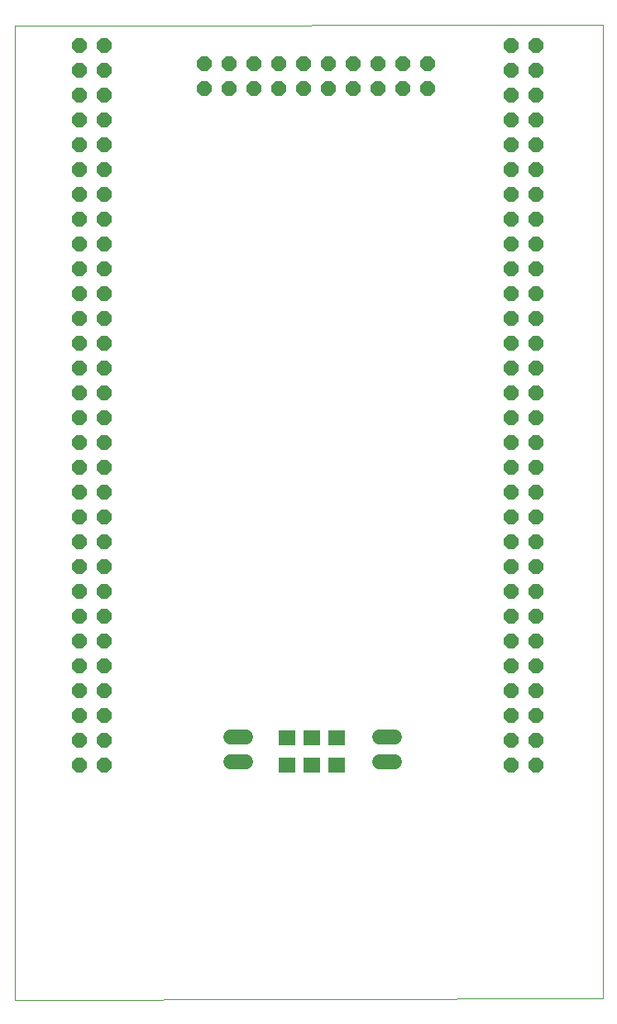
<source format=gbs>
G75*
%MOIN*%
%OFA0B0*%
%FSLAX25Y25*%
%IPPOS*%
%LPD*%
%AMOC8*
5,1,8,0,0,1.08239X$1,22.5*
%
%ADD10C,0.00000*%
%ADD11R,0.07087X0.06299*%
%ADD12C,0.06000*%
%ADD13OC8,0.06000*%
D10*
X0001739Y0002810D02*
X0001739Y0395311D01*
X0238660Y0395811D01*
X0238660Y0003310D01*
X0001739Y0002810D01*
D11*
X0111564Y0097430D03*
X0111564Y0108454D03*
X0121564Y0108454D03*
X0121564Y0097430D03*
X0131564Y0097430D03*
X0131564Y0108454D03*
D12*
X0148682Y0108532D02*
X0154682Y0108532D01*
X0154682Y0098532D02*
X0148682Y0098532D01*
X0094721Y0098532D02*
X0088721Y0098532D01*
X0088721Y0108532D02*
X0094721Y0108532D01*
D13*
X0037784Y0107312D03*
X0037784Y0117312D03*
X0037784Y0127312D03*
X0037784Y0137312D03*
X0037784Y0147312D03*
X0037784Y0157312D03*
X0037784Y0167312D03*
X0037784Y0177312D03*
X0037784Y0187312D03*
X0037784Y0197312D03*
X0037784Y0207312D03*
X0037784Y0217312D03*
X0037784Y0227312D03*
X0037784Y0237312D03*
X0037784Y0247312D03*
X0037784Y0257312D03*
X0037784Y0267312D03*
X0037784Y0277312D03*
X0037784Y0287312D03*
X0037784Y0297312D03*
X0037784Y0307312D03*
X0037784Y0317312D03*
X0037784Y0327312D03*
X0037784Y0337312D03*
X0037784Y0347312D03*
X0037784Y0357312D03*
X0037784Y0367312D03*
X0037784Y0377312D03*
X0037784Y0387312D03*
X0027784Y0387312D03*
X0027784Y0377312D03*
X0027784Y0367312D03*
X0027784Y0357312D03*
X0027784Y0347312D03*
X0027784Y0337312D03*
X0027784Y0327312D03*
X0027784Y0317312D03*
X0027784Y0307312D03*
X0027784Y0297312D03*
X0027784Y0287312D03*
X0027784Y0277312D03*
X0027784Y0267312D03*
X0027784Y0257312D03*
X0027784Y0247312D03*
X0027784Y0237312D03*
X0027784Y0227312D03*
X0027784Y0217312D03*
X0027784Y0207312D03*
X0027784Y0197312D03*
X0027784Y0187312D03*
X0027784Y0177312D03*
X0027784Y0167312D03*
X0027784Y0157312D03*
X0027784Y0147312D03*
X0027784Y0137312D03*
X0027784Y0127312D03*
X0027784Y0117312D03*
X0027784Y0107312D03*
X0027784Y0097312D03*
X0037784Y0097312D03*
X0201957Y0097312D03*
X0201957Y0107312D03*
X0201957Y0117312D03*
X0201957Y0127312D03*
X0201957Y0137312D03*
X0201957Y0147312D03*
X0201957Y0157312D03*
X0201957Y0167312D03*
X0201957Y0177312D03*
X0201957Y0187312D03*
X0201957Y0197312D03*
X0201957Y0207312D03*
X0201957Y0217312D03*
X0201957Y0227312D03*
X0201957Y0237312D03*
X0201957Y0247312D03*
X0201957Y0257312D03*
X0201957Y0267312D03*
X0201957Y0277312D03*
X0201957Y0287312D03*
X0201957Y0297312D03*
X0201957Y0307312D03*
X0201957Y0317312D03*
X0201957Y0327312D03*
X0201957Y0337312D03*
X0201957Y0347312D03*
X0201957Y0357312D03*
X0201957Y0367312D03*
X0201957Y0377312D03*
X0201957Y0387312D03*
X0211957Y0387312D03*
X0211957Y0377312D03*
X0211957Y0367312D03*
X0211957Y0357312D03*
X0211957Y0347312D03*
X0211957Y0337312D03*
X0211957Y0327312D03*
X0211957Y0317312D03*
X0211957Y0307312D03*
X0211957Y0297312D03*
X0211957Y0287312D03*
X0211957Y0277312D03*
X0211957Y0267312D03*
X0211957Y0257312D03*
X0211957Y0247312D03*
X0211957Y0237312D03*
X0211957Y0227312D03*
X0211957Y0217312D03*
X0211957Y0207312D03*
X0211957Y0197312D03*
X0211957Y0187312D03*
X0211957Y0177312D03*
X0211957Y0167312D03*
X0211957Y0157312D03*
X0211957Y0147312D03*
X0211957Y0137312D03*
X0211957Y0127312D03*
X0211957Y0117312D03*
X0211957Y0107312D03*
X0211957Y0097312D03*
X0168139Y0369910D03*
X0168139Y0379910D03*
X0158139Y0379910D03*
X0158139Y0369910D03*
X0148139Y0369910D03*
X0148139Y0379910D03*
X0138139Y0379910D03*
X0138139Y0369910D03*
X0128139Y0369910D03*
X0128139Y0379910D03*
X0118139Y0379910D03*
X0118139Y0369910D03*
X0108139Y0369910D03*
X0108139Y0379910D03*
X0098139Y0379910D03*
X0098139Y0369910D03*
X0088139Y0369910D03*
X0088139Y0379910D03*
X0078139Y0379910D03*
X0078139Y0369910D03*
M02*

</source>
